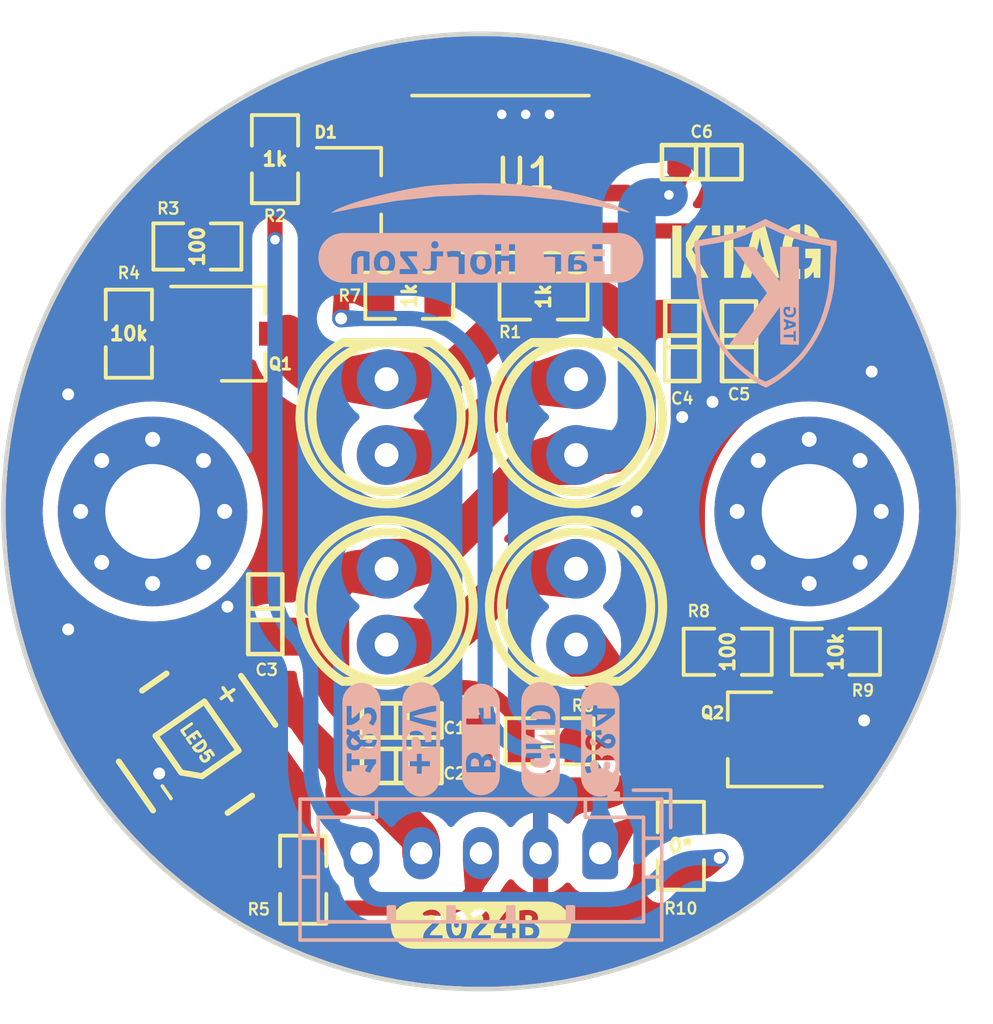
<source format=kicad_pcb>
(kicad_pcb
	(version 20241229)
	(generator "pcbnew")
	(generator_version "9.0")
	(general
		(thickness 1.6)
		(legacy_teardrops no)
	)
	(paper "USLetter")
	(title_block
		(title "KTag 2024B Barrel \"Far Horizon\"")
		(date "2024-09-01")
		(rev "1")
		(company "Club K")
		(comment 1 "Dubuque               Iowa               United States of America")
		(comment 3 "Copyright © 2024 Joseph P. Kearney")
	)
	(layers
		(0 "F.Cu" signal)
		(2 "B.Cu" signal)
		(9 "F.Adhes" user "F.Adhesive")
		(11 "B.Adhes" user "B.Adhesive")
		(13 "F.Paste" user)
		(15 "B.Paste" user)
		(5 "F.SilkS" user "F.Silkscreen")
		(7 "B.SilkS" user "B.Silkscreen")
		(1 "F.Mask" user)
		(3 "B.Mask" user)
		(17 "Dwgs.User" user "User.Drawings")
		(19 "Cmts.User" user "User.Comments")
		(21 "Eco1.User" user "User.Eco1")
		(23 "Eco2.User" user "User.Eco2")
		(25 "Edge.Cuts" user)
		(27 "Margin" user)
		(31 "F.CrtYd" user "F.Courtyard")
		(29 "B.CrtYd" user "B.Courtyard")
		(35 "F.Fab" user)
		(33 "B.Fab" user)
	)
	(setup
		(stackup
			(layer "F.SilkS"
				(type "Top Silk Screen")
			)
			(layer "F.Paste"
				(type "Top Solder Paste")
			)
			(layer "F.Mask"
				(type "Top Solder Mask")
				(thickness 0.01)
			)
			(layer "F.Cu"
				(type "copper")
				(thickness 0.035)
			)
			(layer "dielectric 1"
				(type "core")
				(thickness 1.51)
				(material "FR4")
				(epsilon_r 4.5)
				(loss_tangent 0.02)
			)
			(layer "B.Cu"
				(type "copper")
				(thickness 0.035)
			)
			(layer "B.Mask"
				(type "Bottom Solder Mask")
				(thickness 0.01)
			)
			(layer "B.Paste"
				(type "Bottom Solder Paste")
			)
			(layer "B.SilkS"
				(type "Bottom Silk Screen")
			)
			(copper_finish "None")
			(dielectric_constraints no)
		)
		(pad_to_mask_clearance 0)
		(allow_soldermask_bridges_in_footprints no)
		(tenting front back)
		(pcbplotparams
			(layerselection 0x00000000_00000000_55555555_575555ff)
			(plot_on_all_layers_selection 0x00000000_00000000_00000000_00000000)
			(disableapertmacros no)
			(usegerberextensions no)
			(usegerberattributes no)
			(usegerberadvancedattributes no)
			(creategerberjobfile no)
			(dashed_line_dash_ratio 12.000000)
			(dashed_line_gap_ratio 3.000000)
			(svgprecision 6)
			(plotframeref no)
			(mode 1)
			(useauxorigin no)
			(hpglpennumber 1)
			(hpglpenspeed 20)
			(hpglpendiameter 15.000000)
			(pdf_front_fp_property_popups yes)
			(pdf_back_fp_property_popups yes)
			(pdf_metadata yes)
			(pdf_single_document no)
			(dxfpolygonmode yes)
			(dxfimperialunits yes)
			(dxfusepcbnewfont yes)
			(psnegative no)
			(psa4output no)
			(plot_black_and_white yes)
			(sketchpadsonfab no)
			(plotpadnumbers no)
			(hidednponfab no)
			(sketchdnponfab yes)
			(crossoutdnponfab yes)
			(subtractmaskfromsilk yes)
			(outputformat 1)
			(mirror no)
			(drillshape 0)
			(scaleselection 1)
			(outputdirectory "Gerbers")
		)
	)
	(net 0 "")
	(net 1 "Net-(LED1-K)")
	(net 2 "/IR LEDs 3 and 4")
	(net 3 "GND")
	(net 4 "+5V")
	(net 5 "/Barrel Flash")
	(net 6 "/IR LEDs 1 and 2")
	(net 7 "Net-(LED2-K)")
	(net 8 "Net-(LED3-K)")
	(net 9 "Net-(LED4-K)")
	(net 10 "Net-(LED5-DIN)")
	(net 11 "unconnected-(LED5-DOUT-Pad2)")
	(net 12 "Net-(Q1-G)")
	(net 13 "Net-(Q2-G)")
	(net 14 "Net-(U1-OUTA)")
	(net 15 "Net-(U1-OUTB)")
	(net 16 "unconnected-(U1-NC-Pad8)")
	(net 17 "unconnected-(U1-NC-Pad1)")
	(footprint "KTag:Q-SOT-23_GDS_Hand" (layer "F.Cu") (at 112.014 114.046))
	(footprint "KTag:R-0805" (layer "F.Cu") (at 131.9 124.7))
	(footprint "KTag:LED_5mm_clear" (layer "F.Cu") (at 123.19 116.84 180))
	(footprint "KTag:R-0805" (layer "F.Cu") (at 117.602 112.776))
	(footprint "KTag:R-0805" (layer "F.Cu") (at 128.27 124.7 180))
	(footprint "KTag:LED_5mm_clear" (layer "F.Cu") (at 123.19 123.19))
	(footprint "KTag:R-0805" (layer "F.Cu") (at 110.5 111.125))
	(footprint "KTag:C_0603" (layer "F.Cu") (at 126.746 114.3 -90))
	(footprint "KTag:LED_5mm_clear" (layer "F.Cu") (at 116.84 116.84 180))
	(footprint "KTag:R-0805" (layer "F.Cu") (at 113.1 108.2 90))
	(footprint "KTag:D-SOT-23" (layer "F.Cu") (at 115.9 109.4))
	(footprint "KTag:C_0603" (layer "F.Cu") (at 128.651 114.3 -90))
	(footprint "KTag:ADP3654ARDZ" (layer "F.Cu") (at 121.5 108.7))
	(footprint "kibuzzard-667E9066" (layer "F.Cu") (at 120 133.858))
	(footprint "KTag:Q-SOT-23_GDS_Hand" (layer "F.Cu") (at 129.032 127.635 180))
	(footprint "KTag:C_0603" (layer "F.Cu") (at 117.348 127))
	(footprint "KTag:KTag_Stencil_Tiny" (layer "F.Cu") (at 128.9 111.3))
	(footprint "KTag:C_0603" (layer "F.Cu") (at 112.776 123.444 90))
	(footprint "KTag:R-0805" (layer "F.Cu") (at 122.1 112.8 180))
	(footprint "KTag:R-0805" (layer "F.Cu") (at 114.046 132.334 90))
	(footprint "KTag:R-0805" (layer "F.Cu") (at 108.204 114.046 -90))
	(footprint "KTag:WS2812B" (layer "F.Cu") (at 110.49 127.762 -55))
	(footprint "KTag:LED_5mm_clear" (layer "F.Cu") (at 116.84 123.19))
	(footprint "KTag:R-0805" (layer "F.Cu") (at 122.3 127.7))
	(footprint "KTag:R-0805" (layer "F.Cu") (at 126.7 131.2 90))
	(footprint "KTag:C_0603" (layer "F.Cu") (at 127.4 108.3))
	(footprint "KTag:C_0603" (layer "F.Cu") (at 117.348 128.524))
	(footprint "KTag:MTG_No4" (layer "B.Cu") (at 131 120))
	(footprint "KTag:MTG_No4" (layer "B.Cu") (at 109 120))
	(footprint "Connector_JST:JST_PH_B5B-PH-K_1x05_P2.00mm_Vertical"
		(layer "B.Cu")
		(uuid "00fcb40e-4b5e-4d28-a6aa-4ded17ff6418")
		(at 124 131.445 180)
		(descr "JST PH series connector, B5B-PH-K (http://www.jst-mfg.com/product/pdf/eng/ePH.pdf), generated with kicad-footprint-generator")
		(tags "connector JST PH side entry")
		(property "Reference" "J1"
			(at 4 2.9 0)
			(layer "B.SilkS")
			(hide yes)
			(uuid "348a7094-e0e6-4378-8feb-661b5aa4c21a")
			(effects
				(font
					(size 1 1)
					(thickness 0.15)
				)
				(justify mirror)
			)
		)
		(property "Value" "JST PH 2.0"
			(at 4 4.342 0)
			(layer "B.Fab")
			(uuid "8a5c1a18-18a3-41df-bc23-0b4c669c4269")
			(effects
				(font
					(size 1 1)
					(thickness 0.15)
				)
				(justify mirror)
			)
		)
		(property "Datasheet" "https://www.jst-mfg.com/product/pdf/eng/ePH.pdf"
			(at 0 0 180)
			(layer "F.Fab")
			(hide yes)
			(uuid "9f5a0203-c411-46b6-a910-45fca3ba2044")
			(effects
				(font
					(size 1.27 1.27)
					(thickness 0.15)
				)
			)
		)
		(property "Description" ""
			(at 0 0 180)
			(layer "F.Fab")
			(hide yes)
			(uuid "3008ce31-b505-4331-99ec-b2c82eaeb477")
			(effects
				(font
					(size 1.27 1.27)
					(thickness 0.15)
				)
			)
		)
		(property "DNP" ""
			(at 248 262.89 0)
			(layer "B.Fab")
			(hide yes)
			(uuid "32102706-8d81-4db7-b4e9-31b3bebf1b1e")
			(effects
				(font
					(size 1 1)
					(thickness 0.15)
				)
				(justify mirror)
			)
		)
		(property "Desc" "Vertical Connector 5-position 2mm"
			(at 248 262.89 0)
			(layer "B.Fab")
			(hide yes)
			(uuid "4dada1f5-80b7-4e0c-9357-4a212c95b8ab")
			(effects
				(font
					(size 1 1)
					(thickness 0.15)
				)
				(justify mirror)
			)
		)
		(property "Manf" "JST"
			(at 248 262.89 0)
			(layer "B.Fab")
			(hide yes)
			(uuid "8dea0ef6-748e-42e3-9df9-93ab1a8b63e5")
			(effects
				(font
					(size 1 1)
					(thickness 0.15)
				)
				(justify mirror)
			)
		)
		(property "Manf#" "B5B-PH-K-S(LF)(SN)"
			(at 248 262.89 0)
			(layer "B.Fab")
			(hide yes)
			(uuid "59a64825-ee96-4dc4-a9de-5974c6d9de5d")
			(effects
				(font
					(size 1 1)
					(thickness 0.15)
				)
				(justify mirror)
			)
		)
		(property "Notes" "This connector is not necessary--wires can be soldered directly to the board."
			(at 248 262.89 0)
			(layer "B.Fab")
			(hide yes)
			(uuid "6e2d567e-17e6-46e5-bd00-c65821f8019b")
			(effects
				(font
					(size 1 1)
					(thickness 0.15)
				)
				(justify mirror)
			)
		)
		(property "Variant" ""
			(at 248 262.89 0)
			(layer "B.Fab")
			(hide yes)
			(uuid "ec59c51b-5be0-4d98-ad51-33578c5a10d6")
			(effects
				(font
					(size 1 1)
					(thickness 0.15)
				)
				(justify mirror)
			)
		)
		(property ki_fp_filters "Connector*:*_1x??_*")
		(path "/00000000-0000-0000-0000-00005ec67030")
		(sheetname "Root")
		(sheetfile "2024B.kicad_sch")
		(attr through_hole)
		(fp_line
			(start 10.06 1.81)
			(end -2.06 1.81)
			(stroke
				(width 0.12)
				(type solid)
			)
			(layer "B.SilkS")
			(uuid "841c7f7f-4d12-4e36-925d-2be455072c85")
		)
		(fp_line
			(start 10.06 0.5)
			(end 9.45 0.5)
			(stroke
				(width 0.12)
				(type solid)
			)
			(layer "B.SilkS")
			(uuid "c4834444-7c4e-478f-bfc5-6b20c5e5c38e")
		)
		(fp_line
			(start 10.06 -0.8)
			(end 9.45 -0.8)
			(stroke
				(width 0.12)
				(type solid)
			)
			(layer "B.SilkS")
			(uuid "5b9fe724-72a1-4d9f-9e9b-2e1d29b53b9a")
		)
		(fp_line
			(start 10.06 -2.91)
			(end 10.06 1.81)
			(stroke
				(width 0.12)
				(type solid)
			)
			(layer "B.SilkS")
			(uuid "9b19a2cd-cc29-4ae5-bc65-482299668f2e")
		)
		(fp_line
			(start 9.45 1.2)
			(end 7.5 1.2)
			(stroke
				(width 0.12)
				(type solid)
			)
			(layer "B.SilkS")
			(uuid "efcaf634-1d70-4b85-bec7-b492617386ec")
		)
		(fp_line
			(start 9.45 -2.3)
			(end 9.45 1.2)
			(stroke
				(width 0.12)
				(type solid)
			)
			(layer "B.SilkS")
			(uuid "ffba93f0-e560-40ec-867f-4dae06b52992")
		)
		(fp_line
			(start 7.5 1.2)
			(end 7.5 1.81)
			(stroke
				(width 0.12)
				(type solid)
			)
			(layer "B.SilkS")
			(uuid "e8012d33-a267-43c7-9862-f9eed03bd287")
		)
		(fp_line
			(start 7.1 -1.8)
			(end 7.1 -2.3)
			(stroke
				(width 0.12)
				(type solid)
			)
			(layer "B.SilkS")
			(uuid "20e915f5-0a81-4af5-8af5-2cd6af768e92")
		)
		(fp_line
			(start 7 -2.3)
			(end 7 -1.8)
			(stroke
				(width 0.12)
				(type solid)
			)
			(layer "B.SilkS")
			(uuid "c7c24f18-9ab5-468f-ad67-155935683eaf")
		)
		(fp_line
			(start 6.9 -1.8)
			(end 7.1 -1.8)
			(stroke
				(width 0.12)
				(type solid)
			)
			(layer "B.SilkS")
			(uuid "a672bc4a-f655-4f5b-8512-5527bd78cd80")
		)
		(fp_line
			(start 6.9 -2.3)
			(end 6.9 -1.8)
			(stroke
				(width 0.12)
				(type solid)
			)
			(layer "B.SilkS")
			(uuid "06d26b06-0d8d-46e2-8201-076d3213a3d1")
		)
		(fp_line
			(start 5.1 -1.8)
			(end 5.1 -2.3)
			(stroke
				(width 0.12)
				(type solid)
			)
			(layer "B.SilkS")
			(uuid "293ae735-6f60-4463-8c16-52fef6aacfbd")
		)
		(fp_line
			(start 5 -2.3)
			(end 5 -1.8)
			(stroke
				(width 0.12)
				(type solid)
			)
			(layer "B.SilkS")
			(uuid "72cdc6ec-3d98-47f0-a034-800ab2c4798c")
		)
		(fp_line
			(start 4.9 -1.8)
			(end 5.1 -1.8)
			(stroke
				(width 0.12)
				(type solid)
			)
			(layer "B.SilkS")
			(uuid "25544122-e233-4a7c-846e-aad3151fe9c2")
		)
		(fp_line
			(start 4.9 -2.3)
			(end 4.9 -1.8)
			(stroke
				(wid
... [263074 chars truncated]
</source>
